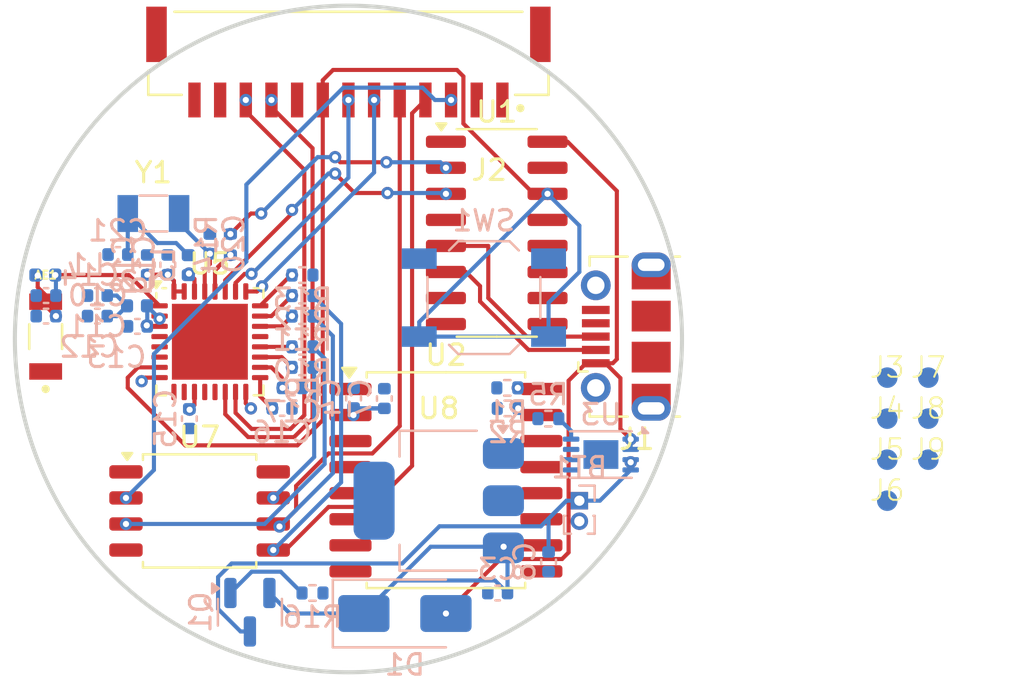
<source format=kicad_pcb>
(kicad_pcb (version 20241229) (generator "pcbnew") (generator_version "9.0")
  (layers (0 "F.Cu" signal) (2 "B.Cu" signal) (13 "F.Paste" user) (15 "B.Paste" user) (5 "F.SilkS" user "F.Silkscreen") (7 "B.SilkS" user "B.Silkscreen") (1 "F.Mask" user) (3 "B.Mask" user) (25 "Edge.Cuts" user))
  (net 0 "")
  (net 1 "Net-(BT1-+)")
  (net 2 "GND")
  (net 3 "Net-(D1-K)")
  (net 4 "+3.3V")
  (net 5 "Net-(U5-LNA_IN)")
  (net 6 "Net-(AE1-PCB_Trace)")
  (net 7 "TBD")
  (net 8 "Net-(C13-Pad1)")
  (net 9 "Net-(U5-XTAL_N)")
  (net 10 "Net-(C21-Pad1)")
  (net 11 "/USB5V")
  (net 12 "/D+")
  (net 14 "/D-")
  (net 15 "Net-(U5-XTAL_P)")
  (net 16 "/SCL")
  (net 17 "/SDA")
  (net 18 "/RST")
  (net 19 "Net-(U3-PROG)")
  (net 20 "/SPIHD")
  (net 21 "Net-(U5-SPIHD)")
  (net 22 "Net-(U5-SPIWP)")
  (net 23 "/LSPIWP")
  (net 24 "Net-(U5-SPICLK)")
  (net 25 "/SCK")
  (net 26 "/MOSI")
  (net 27 "Net-(U5-SPID)")
  (net 28 "Net-(U5-SPIQ)")
  (net 29 "/MISO")
  (net 30 "/TXD")
  (net 31 "Net-(U5-U0TXD)")
  (net 33 "/RXD")
  (net 47 "/BCLK")
  (net 49 "/DC")
  (net 50 "/DIN")
  (net 52 "/LRCLK")
  (net 56 "/CS")
  (net 57 "/Display_CS")
  (footprint "Package_SO:SOIC-16_3.9x9.9mm_P1.27mm" (layer "F.Cu") (at 183.975 94.445)
    (property "Reference" "U1")
    (property "Value" "CH340C")
  )
  (footprint "Imports:1mm Pad" (layer "F.Cu") (at 205 103.5)
    (property "Reference" "J8")
    (property "Value" "Conn_01x01")
  )
  (footprint "Imports:1mm Pad" (layer "F.Cu") (at 203 103.5)
    (property "Reference" "J4")
    (property "Value" "Conn_01x01")
  )
  (footprint "Connector_USB:USB_Micro-B_Molex-105017-0001" (layer "F.Cu") (at 190.2625 99.5 90)
    (property "Reference" "J1")
    (property "Value" "USB_B_Micro")
  )
  (footprint "Imports:1mm Pad" (layer "F.Cu") (at 205 105.5)
    (property "Reference" "J9")
    (property "Value" "Conn_01x01")
  )
  (footprint "Imports:JST_SM13B-GHS-TB_LF__SN_" (layer "F.Cu") (at 176.75 84.765 180)
    (property "Reference" "J2")
    (property "Value" "SM13B-GHS-TB_LF__SN_")
  )
  (footprint "Imports:XDCR_AMCA31-2R450G-S1F-T3" (layer "F.Cu") (at 162 99.5 90)
    (property "Reference" "AE1")
    (property "Value" "AMCA31-2R450G-S1F-T3")
  )
  (footprint "Imports:1mm Pad" (layer "F.Cu") (at 203 101.5)
    (property "Reference" "J3")
    (property "Value" "Conn_01x01")
  )
  (footprint "Package_SO:SOIC-8_5.3x5.3mm_P1.27mm" (layer "F.Cu") (at 169.5 108)
    (property "Reference" "U7")
    (property "Value" "W25Q32JVSS")
  )
  (footprint "Imports:1mm Pad" (layer "F.Cu") (at 203 107.5)
    (property "Reference" "J6")
    (property "Value" "Conn_01x01")
  )
  (footprint "Imports:1mm Pad" (layer "F.Cu") (at 205 101.5)
    (property "Reference" "J7")
    (property "Value" "Conn_01x01")
  )
  (footprint "Package_DFN_QFN:QFN-32-1EP_5x5mm_P0.5mm_EP3.7x3.7mm" (layer "F.Cu") (at 170 99.75)
    (property "Reference" "U5")
    (property "Value" "ESP32-C3")
  )
  (footprint "Imports:1mm Pad" (layer "F.Cu") (at 203 105.5)
    (property "Reference" "J5")
    (property "Value" "Conn_01x01")
  )
  (footprint "Package_SO:SOIC-16W_7.5x10.3mm_P1.27mm" (layer "F.Cu") (at 181.5 106.5)
    (property "Reference" "U2")
    (property "Value" "DS3231M")
  )
  (footprint "Capacitor_SMD:C_0402_1005Metric" (layer "B.Cu") (at 162.02 97.5 180)
    (property "Reference" "C10")
    (property "Value" "TBD" (hide yes))
  )
  (footprint "Resistor_SMD:R_0402_1005Metric" (layer "B.Cu") (at 174.51 101)
    (property "Reference" "R9")
    (property "Value" "0")
  )
  (footprint "Capacitor_SMD:C_0402_1005Metric" (layer "B.Cu") (at 178.5 102.52 -90)
    (property "Reference" "C7")
    (property "Value" "10uF")
  )
  (footprint "Capacitor_SMD:C_0402_1005Metric" (layer "B.Cu") (at 162.02 98.5 180)
    (property "Reference" "C11")
    (property "Value" "TBD")
  )
  (footprint "Capacitor_SMD:C_0402_1005Metric" (layer "B.Cu") (at 173.52 103)
    (property "Reference" "C16")
    (property "Value" "0.1uF")
  )
  (footprint "Button_Switch_SMD:SW_SPST_TL3342" (layer "B.Cu") (at 183.35 97.6 180)
    (property "Reference" "SW1")
    (property "Value" "SW_Push")
  )
  (footprint "Resistor_SMD:R_0402_1005Metric" (layer "B.Cu") (at 174.51 97.5)
    (property "Reference" "R12")
    (property "Value" "0")
  )
  (footprint "Package_TO_SOT_SMD:SOT-23" (layer "B.Cu") (at 171.95 112.9375 -90)
    (property "Reference" "Q1")
    (property "Value" "AO3401A")
  )
  (footprint "Capacitor_SMD:C_0402_1005Metric" (layer "B.Cu") (at 166.95 96 -90)
    (property "Reference" "C18")
    (property "Value" "1uF")
  )
  (footprint "Resistor_SMD:R_0402_1005Metric" (layer "B.Cu") (at 186.49 103.5 180)
    (property "Reference" "R5")
    (property "Value" "2k")
  )
  (footprint "Crystal:Crystal_SMD_3215-2Pin_3.2x1.5mm" (layer "B.Cu") (at 167.25 93.5 180)
    (property "Reference" "Y1")
    (property "Value" "40MHz")
  )
  (footprint "Resistor_SMD:R_0402_1005Metric" (layer "B.Cu") (at 184.49 102)
    (property "Reference" "R1")
    (property "Value" "4.7k")
  )
  (footprint "Capacitor_SMD:C_0402_1005Metric" (layer "B.Cu") (at 170 94.98 90)
    (property "Reference" "C20")
    (property "Value" "TBD")
  )
  (footprint "Capacitor_SMD:C_0402_1005Metric" (layer "B.Cu") (at 169 103.5 -90)
    (property "Reference" "C15")
    (property "Value" "0.1uF")
  )
  (footprint "Capacitor_SMD:C_0402_1005Metric" (layer "B.Cu") (at 165.52 95.5 180)
    (property "Reference" "C21")
    (property "Value" "TBD")
  )
  (footprint "Capacitor_SMD:C_0402_1005Metric" (layer "B.Cu") (at 184.02 112 180)
    (property "Reference" "C3")
    (property "Value" "10uF")
  )
  (footprint "Resistor_SMD:R_0402_1005Metric" (layer "B.Cu") (at 174.51 100)
    (property "Reference" "R10")
    (property "Value" "0")
  )
  (footprint "Capacitor_SMD:C_0402_1005Metric" (layer "B.Cu") (at 186.5 110.48 -90)
    (property "Reference" "C8")
    (property "Value" "4.7uF")
  )
  (footprint "Capacitor_SMD:C_0402_1005Metric" (layer "B.Cu") (at 174.02 102)
    (property "Reference" "C17")
    (property "Value" "1uF")
  )
  (footprint "Package_DFN_QFN:DFN-8-1EP_3x2mm_P0.5mm_EP1.7x1.4mm" (layer "B.Cu") (at 189.05 105.25 180)
    (property "Reference" "U3")
    (property "Value" "MCP73831-2-MC")
  )
  (footprint "Capacitor_SMD:C_0402_1005Metric" (layer "B.Cu") (at 164.52 98.5 180)
    (property "Reference" "C12")
    (property "Value" "0.1uF")
  )
  (footprint "Capacitor_SMD:C_0402_1005Metric" (layer "B.Cu") (at 167.95 96 -90)
    (property "Reference" "C19")
    (property "Value" "10nF")
  )
  (footprint "Diode_SMD:D_SMA" (layer "B.Cu") (at 179.5 113)
    (property "Reference" "D1")
    (property "Value" "SS210")
  )
  (footprint "Capacitor_SMD:C_0402_1005Metric" (layer "B.Cu") (at 166.47 99 180)
    (property "Reference" "C13")
    (property "Value" "1uF")
  )
  (footprint "Inductor_SMD:L_0402_1005Metric" (layer "B.Cu") (at 161.985 96.5 180)
    (property "Reference" "L1")
    (property "Value" "0.2nH" (hide yes))
  )
  (footprint "Resistor_SMD:R_0402_1005Metric" (layer "B.Cu") (at 174.51 98.5)
    (property "Reference" "R11")
    (property "Value" "0")
  )
  (footprint "Capacitor_SMD:C_0402_1005Metric" (layer "B.Cu") (at 164.52 97.5 180)
    (property "Reference" "C14")
    (property "Value" "10uF")
  )
  (footprint "Inductor_SMD:L_0402_1005Metric" (layer "B.Cu") (at 168.95 96.015 -90)
    (property "Reference" "L3")
    (property "Value" "TBD")
  )
  (footprint "Inductor_SMD:L_0402_1005Metric" (layer "B.Cu") (at 166.45 98 180)
    (property "Reference" "L2")
    (property "Value" "0.2nH" (hide yes))
  )
  (footprint "Capacitor_SMD:C_0402_1005Metric" (layer "B.Cu") (at 177 102.5 -90)
    (property "Reference" "C4")
    (property "Value" "22uF")
  )
  (footprint "Connector_PinHeader_1.00mm:PinHeader_1x02_P1.00mm_Vertical" (layer "B.Cu") (at 188 107.5 180)
    (property "Reference" "BT1")
    (property "Value" "Battery_Cell")
  )
  (footprint "Resistor_SMD:R_0402_1005Metric" (layer "B.Cu") (at 171 95.01 -90)
    (property "Reference" "R14")
    (property "Value" "499")
  )
  (footprint "Resistor_SMD:R_0402_1005Metric" (layer "B.Cu") (at 175 112)
    (property "Reference" "R16")
    (property "Value" "4.7k")
  )
  (footprint "Resistor_SMD:R_0402_1005Metric" (layer "B.Cu") (at 174.51 96.5)
    (property "Reference" "R13")
    (property "Value" "0")
  )
  (footprint "Resistor_SMD:R_0402_1005Metric" (layer "B.Cu") (at 184.51 103)
    (property "Reference" "R2")
    (property "Value" "4.7k")
  )
  (footprint "Package_TO_SOT_SMD:SOT-223-3_TabPin2" (layer "B.Cu") (at 181.15 107.5 180)
    (property "Reference" "U8")
    (property "Value" "AMS1117-3.3")
  )
  (gr_circle (center 176.75 99.615) (end 193 99.615) (stroke (width 0.2)) (fill no) (layer "Edge.Cuts"))
  (via (at 190.5 105.625) (size 0.6) (drill 0.3) (layers "F.Cu" "B.Cu") (net 1))
  (segment (start 187.375 107.5) (end 188 107.5) (width 0.2) (layer "B.Cu") (net 1))
  (segment (start 188 107.5) (end 189 107.5) (width 0.2) (layer "B.Cu") (net 1))
  (segment (start 171.060032 110.5605) (end 179.3724 110.5605) (width 0.2) (layer "B.Cu") (net 1))
  (segment (start 171.95 113.875) (end 171.495532 113.875) (width 0.2) (layer "B.Cu") (net 1))
  (segment (start 170.399 111.221532) (end 171.060032 110.5605) (width 0.2) (layer "B.Cu") (net 1))
  (segment (start 186.5 110) (end 186.5 108.375) (width 0.2) (layer "B.Cu") (net 1))
  (segment (start 186.126 108.749) (end 187.375 107.5) (width 0.2) (layer "B.Cu") (net 1))
  (segment (start 189 107.5) (end 190.5 106) (width 0.2) (layer "B.Cu") (net 1))
  (segment (start 181.1839 108.749) (end 186.126 108.749) (width 0.2) (layer "B.Cu") (net 1))
  (segment (start 170.399 112.778468) (end 170.399 111.221532) (width 0.2) (layer "B.Cu") (net 1))
  (segment (start 186.5 108.375) (end 187.375 107.5) (width 0.2) (layer "B.Cu") (net 1))
  (segment (start 179.3724 110.5605) (end 181.1839 108.749) (width 0.2) (layer "B.Cu") (net 1))
  (segment (start 190.5 105.5) (end 190.5 106) (width 0.2) (layer "B.Cu") (net 1))
  (segment (start 171.495532 113.875) (end 170.399 112.778468) (width 0.2) (layer "B.Cu") (net 1))
  (via (at 184.309536 109.744) (size 0.6) (drill 0.3) (layers "F.Cu" "B.Cu") (net 3))
  (segment (start 177.5 113) (end 180.756 109.744) (width 0.2) (layer "B.Cu") (net 3))
  (segment (start 184.5 110) (end 184.3 109.8) (width 0.2) (layer "B.Cu") (net 3))
  (segment (start 180.756 109.744) (end 184.309536 109.744) (width 0.2) (layer "B.Cu") (net 3))
  (segment (start 179.111 111.389) (end 177.5 113) (width 0.2) (layer "B.Cu") (net 3))
  (segment (start 184.5 112) (end 183.889 111.389) (width 0.2) (layer "B.Cu") (net 3))
  (segment (start 184.5 112) (end 184.5 110) (width 0.2) (layer "B.Cu") (net 3))
  (segment (start 183.889 111.389) (end 179.111 111.389) (width 0.2) (layer "B.Cu") (net 3))
  (segment (start 172.9 112) (end 173.9 113) (width 0.2) (layer "B.Cu") (net 3))
  (segment (start 173.9 113) (end 177.5 113) (width 0.2) (layer "B.Cu") (net 3))
  (via (at 176.993 103.325) (size 0.6) (drill 0.3) (layers "F.Cu" "B.Cu") (net 4))
  (segment (start 177.318 103) (end 176.993 103.325) (width 0.2) (layer "B.Cu") (net 4))
  (segment (start 177 102.98) (end 177 103.318) (width 0.2) (layer "B.Cu") (net 4))
  (segment (start 177 103.318) (end 176.993 103.325) (width 0.2) (layer "B.Cu") (net 4))
  (segment (start 178.5 103) (end 177.318 103) (width 0.2) (layer "B.Cu") (net 4))
  (segment (start 177.02 103) (end 177 102.98) (width 0.2) (layer "B.Cu") (net 4))
  (segment (start 178.5 103) (end 177.02 103) (width 0.2) (layer "B.Cu") (net 4))
  (segment (start 167.55 98) (end 166.05 96.5) (width 0.2) (layer "F.Cu") (net 5))
  (segment (start 166.05 96.5) (end 162.47 96.5) (width 0.2) (layer "F.Cu") (net 5))
  (via (at 162.47 96.5) (size 0.6) (drill 0.3) (layers "F.Cu" "B.Cu") (net 5))
  (segment (start 162.5 96.53) (end 162.47 96.5) (width 0.2) (layer "B.Cu") (net 5))
  (segment (start 162.5 97.5) (end 162.5 96.53) (width 0.2) (layer "B.Cu") (net 5))
  (segment (start 162.5 98.5) (end 162 98) (width 0.2) (layer "F.Cu") (net 6))
  (segment (start 162 98) (end 162 97.8) (width 0.2) (layer "F.Cu") (net 6))
  (segment (start 161.612566 96.522993) (end 161.612566 97.094126) (width 0.2) (layer "F.Cu") (net 6))
  (segment (start 161.612566 97.094126) (end 162 97.48156) (width 0.2) (layer "F.Cu") (net 6))
  (segment (start 162 97.48156) (end 162 97.8) (width 0.2) (layer "F.Cu") (net 6))
  (via (at 162.5 98.5) (size 0.6) (drill 0.3) (layers "F.Cu" "B.Cu") (net 6))
  (via (at 161.612566 96.522993) (size 0.6) (drill 0.3) (layers "F.Cu" "B.Cu") (net 6))
  (segment (start 168.25 96.78) (end 167.95 96.48) (width 0.2) (layer "F.Cu") (net 7))
  (segment (start 172.45 101) (end 173 101) (width 0.2) (layer "F.Cu") (net 7))
  (segment (start 173.5 101.5) (end 173.5 101.96) (width 0.2) (layer "F.Cu") (net 7))
  (segment (start 169.25 102.2) (end 169.25 102.827616) (width 0.2) (layer "F.Cu") (net 7))
  (segment (start 168.75 97.3) (end 168.25 97.3) (width 0.2) (layer "F.Cu") (net 7))
  (segment (start 168.25 97.3) (end 168.25 96.78) (width 0.2) (layer "F.Cu") (net 7))
  (segment (start 172.45 102.41) (end 173.04 103) (width 0.2) (layer "F.Cu") (net 7))
  (segment (start 167.95 96.48) (end 166.95 96.48) (width 0.2) (layer "F.Cu") (net 7))
  (segment (start 172.45 101.5) (end 172.45 102.41) (width 0.2) (layer "F.Cu") (net 7))
  (segment (start 169.25 102.827616) (end 169.013458 103.064158) (width 0.2) (layer "F.Cu") (net 7))
  (segment (start 173.5 101.96) (end 173.54 102) (width 0.2) (layer "F.Cu") (net 7))
  (segment (start 173 101) (end 173.5 101.5) (width 0.2) (layer "F.Cu") (net 7))
  (via (at 173.54 102) (size 0.6) (drill 0.3) (layers "F.Cu" "B.Cu") (net 7))
  (via (at 166.95 96.48) (size 0.6) (drill 0.3) (layers "F.Cu" "B.Cu") (net 7))
  (via (at 173.04 103) (size 0.6) (drill 0.3) (layers "F.Cu" "B.Cu") (net 7))
  (via (at 167.95 96.48) (size 0.6) (drill 0.3) (layers "F.Cu" "B.Cu") (net 7))
  (via (at 169.013458 103.064158) (size 0.6) (drill 0.3) (layers "F.Cu" "B.Cu") (net 7))
  (segment (start 165.465 97.5) (end 165.965 98) (width 0.2) (layer "B.Cu") (net 7))
  (segment (start 165.465 98.5) (end 165.965 98) (width 0.2) (layer "B.Cu") (net 7))
  (segment (start 165 97.5) (end 165.465 97.5) (width 0.2) (layer "B.Cu") (net 7))
  (segment (start 165 98.5) (end 165.465 98.5) (width 0.2) (layer "B.Cu") (net 7))
  (segment (start 166.973167 99) (end 166.926003 98.952836) (width 0.2) (layer "F.Cu") (net 8))
  (segment (start 167.55 99) (end 166.973167 99) (width 0.2) (layer "F.Cu") (net 8))
  (segment (start 167.55 98.5) (end 167.55 99) (width 0.2) (layer "F.Cu") (net 8))
  (via (at 166.926003 98.952836) (size 0.6) (drill 0.3) (layers "F.Cu" "B.Cu") (net 8))
  (via (at 167.55 98.625) (size 0.6) (drill 0.3) (layers "F.Cu" "B.Cu") (net 8))
  (segment (start 166.935 98.01) (end 167.55 98.625) (width 0.2) (layer "B.Cu") (net 8))
  (segment (start 166.935 98) (end 166.935 98.01) (width 0.2) (layer "B.Cu") (net 8))
  (segment (start 166.95 98.015) (end 166.935 98) (width 0.2) (layer "B.Cu") (net 8))
  (segment (start 166.95 99) (end 166.95 98.015) (width 0.2) (layer "B.Cu") (net 8))
  (segment (start 169.75 96.21) (end 169.75 97.3) (width 0.2) (layer "F.Cu") (net 9))
  (segment (start 170 95.46) (end 170 95.96) (width 0.2) (layer "F.Cu") (net 9))
  (segment (start 170 95.96) (end 169.75 96.21) (width 0.2) (layer "F.Cu") (net 9))
  (via (at 170 95.46) (size 0.6) (drill 0.3) (layers "F.Cu" "B.Cu") (net 9))
  (segment (start 168.5 93.5) (end 168.5 93.96) (width 0.2) (layer "B.Cu") (net 9))
  (segment (start 168.5 93.96) (end 170 95.46) (width 0.2) (layer "B.Cu") (net 9))
  (segment (start 167.439 94.939) (end 168.359 94.939) (width 0.2) (layer "B.Cu") (net 10))
  (segment (start 168.359 94.939) (end 168.95 95.53) (width 0.2) (layer "B.Cu") (net 10))
  (segment (start 166 93.5) (end 167.439 94.939) (width 0.2) (layer "B.Cu") (net 10))
  (segment (start 166 95.5) (end 166 93.5) (width 0.2) (layer "B.Cu") (net 10))
  (segment (start 189.627 100.8) (end 189.826 100.601) (width 0.2) (layer "F.Cu") (net 11))
  (segment (start 187.476 110.024) (end 187.156 110.344) (width 0.2) (layer "F.Cu") (net 11))
  (segment (start 189.275 100.8) (end 190 101.525) (width 0.2) (layer "F.Cu") (net 11))
  (segment (start 188.8 100.8) (end 189.627 100.8) (width 0.2) (layer "F.Cu") (net 11))
  (segment (start 187.424999 90) (end 186.45 90) (width 0.2) (layer "F.Cu") (net 11))
  (segment (start 187.476 101.649) (end 187.476 110.024) (width 0.2) (layer "F.Cu") (net 11))
  (segment (start 187.156 110.344) (end 184.156 110.344) (width 0.2) (layer "F.Cu") (net 11))
  (segment (start 189.826 92.401001) (end 187.424999 90) (width 0.2) (layer "F.Cu") (net 11))
  (segment (start 188.325 100.8) (end 187.476 101.649) (width 0.2) (layer "F.Cu") (net 11))
  (segment (start 188.8 100.8) (end 188.325 100.8) (width 0.2) (layer "F.Cu") (net 11))
  (segment (start 190 104) (end 190.5 104.5) (width 0.2) (layer "F.Cu") (net 11))
  (segment (start 190 101.525) (end 190 104) (width 0.2) (layer "F.Cu") (net 11))
  (segment (start 189.826 100.601) (end 189.826 92.401001) (width 0.2) (layer "F.Cu") (net 11))
  (segment (start 184.156 110.344) (end 181.5 113) (width 0.2) (layer "F.Cu") (net 11))
  (segment (start 188.8 100.8) (end 189.275 100.8) (width 0.2) (layer "F.Cu") (net 11))
  (via (at 190.5 104.5) (size 0.6) (drill 0.3) (layers "F.Cu" "B.Cu") (net 11))
  (via (at 181.5 113) (size 0.6) (drill 0.3) (layers "F.Cu" "B.Cu") (net 11))
  (segment (start 172.0385 110.9615) (end 171 112) (width 0.2) (layer "B.Cu") (net 11))
  (segment (start 190.5 105) (end 190.5 104.5) (width 0.2) (layer "B.Cu") (net 11))
  (segment (start 174.49 112) (end 173.4515 110.9615) (width 0.2) (layer "B.Cu") (net 11))
  (segment (start 173.4515 110.9615) (end 172.0385 110.9615) (width 0.2) (layer "B.Cu") (net 11))
  (segment (start 185.443032 99.5) (end 188.8 99.5) (width 0.2) (layer "F.Cu") (net 12))
  (segment (start 181.5 95.08) (end 183.563032 95.08) (width 0.2) (layer "F.Cu") (net 12))
  (segment (start 183.563032 97.62) (end 185.443032 99.5) (width 0.2) (layer "F.Cu") (net 12))
  (segment (start 183.563032 95.08) (end 183.563032 97.62) (width 0.2) (layer "F.Cu") (net 12))
  (segment (start 181.5 96.35) (end 182.474999 96.35) (width 0.2) (layer "F.Cu") (net 14))
  (segment (start 185.525932 100.15) (end 188.8 100.15) (width 0.2) (layer "F.Cu") (net 14))
  (segment (start 182.474999 96.35) (end 183.162032 97.037033) (width 0.2) (layer "F.Cu") (net 14))
  (segment (start 183.162032 97.037033) (end 183.162032 97.7861) (width 0.2) (layer "F.Cu") (net 14))
  (segment (start 183.162032 97.7861) (end 185.525932 100.15) (width 0.2) (layer "F.Cu") (net 14))
  (segment (start 169.25 96.694054) (end 168.980702 96.424756) (width 0.2) (layer "F.Cu") (net 15))
  (segment (start 169.25 97.3) (end 169.25 96.694054) (width 0.2) (layer "F.Cu") (net 15))
  (via (at 168.980702 96.424756) (size 0.6) (drill 0.3) (layers "F.Cu" "B.Cu") (net 15))
  (segment (start 172.03355 104) (end 173.9329 104) (width 0.2) (layer "F.Cu") (net 16))
  (segment (start 185.055 102.055) (end 185 102) (width 0.2) (layer "F.Cu") (net 16))
  (segment (start 174.601 91.366) (end 171.75 88.515) (width 0.2) (layer "F.Cu") (net 16))
  (segment (start 171.75 88.515) (end 171.75 87.965) (width 0.2) (layer "F.Cu") (net 16))
  (segment (start 173.9329 104) (end 174.601 103.3319) (width 0.2) (layer "F.Cu") (net 16))
  (segment (start 186.15 102.055) (end 185.055 102.055) (width 0.2) (layer "F.Cu") (net 16))
  (segment (start 174.601 103.3319) (end 174.601 91.366) (width 0.2) (layer "F.Cu") (net 16))
  (segment (start 171.25 102.2) (end 171.25 103.21645) (width 0.2) (layer "F.Cu") (net 16))
  (segment (start 171.25 103.21645) (end 172.03355 104) (width 0.2) (layer "F.Cu") (net 16))
  (via (at 171.75 87.965) (size 0.6) (drill 0.3) (layers "F.Cu" "B.Cu") (net 16))
  (via (at 185 102) (size 0.6) (drill 0.3) (layers "F.Cu" "B.Cu") (net 16))
  (segment (start 185.345 103.325) (end 185.02 103) (width 0.2) (layer "F.Cu") (net 17))
  (segment (start 175.002 90.317002) (end 173 88.315002) (width 0.2) (layer "F.Cu") (net 17))
  (segment (start 170.75 103.28355) (end 170.75 102.2) (width 0.2) (layer "F.Cu") (net 17))
  (segment (start 174.099 104.401) (end 171.86745 104.401) (width 0.2) (layer "F.Cu") (net 17))
  (segment (start 171.86745 104.401) (end 170.75 103.28355) (width 0.2) (layer "F.Cu") (net 17))
  (segment (start 175.002 103.498) (end 175.002 90.317002) (width 0.2) (layer "F.Cu") (net 17))
  (segment (start 186.15 103.325) (end 185.345 103.325) (width 0.2) (layer "F.Cu") (net 17))
  (segment (start 174.099 104.401) (end 175.002 103.498) (width 0.2) (layer "F.Cu") (net 17))
  (segment (start 173 88.315002) (end 173 87.965) (width 0.2) (layer "F.Cu") (net 17))
  (via (at 185.02 103) (size 0.6) (drill 0.3) (layers "F.Cu" "B.Cu") (net 17))
  (via (at 173 87.965) (size 0.6) (drill 0.3) (layers "F.Cu" "B.Cu") (net 17))
  (segment (start 182.351 86.814) (end 182.037 86.5) (width 0.2) (layer "F.Cu") (net 18))
  (segment (start 168.802 104.802) (end 174.2651 104.802) (width 0.2) (layer "F.Cu") (net 18))
  (segment (start 167.55 101) (end 166.5 101) (width 0.2) (layer "F.Cu") (net 18))
  (segment (start 186.45 92.54) (end 185.775 92.54) (width 0.2) (layer "F.Cu") (net 18))
  (segment (start 175.5 87) (end 176 86.5) (width 0.2) (layer "F.Cu") (net 18))
  (segment (start 174.2651 104.802) (end 175.5 103.5671) (width 0.2) (layer "F.Cu") (net 18))
  (segment (start 166 102) (end 168.802 104.802) (width 0.2) (layer "F.Cu") (net 18))
  (segment (start 175.5 87.965) (end 175.5 87) (width 0.2) (layer "F.Cu") (net 18))
  (segment (start 175.5 103.5671) (end 175.5 87.965) (width 0.2) (layer "F.Cu") (net 18))
  (segment (start 182.351 89.116) (end 182.351 86.814) (width 0.2) (layer "F.Cu") (net 18))
  (segment (start 185.775 92.54) (end 182.351 89.116) (width 0.2) (layer "F.Cu") (net 18))
  (segment (start 166.5 101) (end 166 101.5) (width 0.2) (layer "F.Cu") (net 18))
  (segment (start 166 101.5) (end 166 102) (width 0.2) (layer "F.Cu") (net 18))
  (segment (start 182.037 86.5) (end 176 86.5) (width 0.2) (layer "F.Cu") (net 18))
  (via (at 186.45 92.54) (size 0.6) (drill 0.3) (layers "F.Cu" "B.Cu") (net 18))
  (segment (start 180.2 98.79) (end 186.45 92.54) (width 0.2) (layer "B.Cu") (net 18))
  (segment (start 186.5 99.5) (end 180.2 99.5) (width 0.2) (layer "B.Cu") (net 18))
  (segment (start 186.5 99.5) (end 186.5 97.849016) (width 0.2) (layer "B.Cu") (net 18))
  (segment (start 180.2 99.5) (end 180.2 98.79) (width 0.2) (layer "B.Cu") (net 18))
  (segment (start 188 96.349016) (end 188 94.09) (width 0.2) (layer "B.Cu") (net 18))
  (segment (start 188 94.09) (end 186.45 92.54) (width 0.2) (layer "B.Cu") (net 18))
  (segment (start 186.5 97.849016) (end 188 96.349016) (width 0.2) (layer "B.Cu") (net 18))
  (segment (start 187.6 104.1) (end 187 103.5) (width 0.2) (layer "B.Cu") (net 19))
  (segment (start 187.6 104.5) (end 187.6 104.1) (width 0.2) (layer "B.Cu") (net 19))
  (via (at 173.0875 107.365) (size 0.6) (drill 0.3) (layers "F.Cu" "B.Cu") (net 20))
  (segment (start 175.081 105.3715) (end 173.0875 107.365) (width 0.2) (layer "B.Cu") (net 20))
  (segment (start 175.081 101.061) (end 175.081 105.3715) (width 0.2) (layer "B.Cu") (net 20))
  (segment (start 175.02 101) (end 175.081 101.061) (width 0.2) (layer "B.Cu") (net 20))
  (segment (start 172.45 100.5) (end 173.5 100.5) (width 0.2) (layer "F.Cu") (net 21))
  (segment (start 173.5 100.5) (end 174 101) (width 0.2) (layer "F.Cu") (net 21))
  (via (at 174 101) (size 0.6) (drill 0.3) (layers "F.Cu" "B.Cu") (net 21))
  (segment (start 172.45 100) (end 174 100) (width 0.2) (layer "F.Cu") (net 22))
  (via (at 174 100) (size 0.6) (drill 0.3) (layers "F.Cu" "B.Cu") (net 22))
  (via (at 165.9125 108.635) (size 0.6) (drill 0.3) (layers "F.Cu" "B.Cu") (net 23))
  (segment (start 175.591 105.711443) (end 172.667443 108.635) (width 0.2) (layer "B.Cu") (net 23))
  (segment (start 175.591 100.571) (end 175.591 105.711443) (width 0.2) (layer "B.Cu") (net 23))
  (segment (start 172.667443 108.635) (end 165.9125 108.635) (width 0.2) (layer "B.Cu") (net 23))
  (segment (start 175.02 100) (end 175.591 100.571) (width 0.2) (layer "B.Cu") (net 23))
  (segment (start 172.45 99) (end 173.5 99) (width 0.2) (layer "F.Cu") (net 24))
  (segment (start 173.5 99) (end 174 98.5) (width 0.2) (layer "F.Cu") (net 24))
  (via (at 174 98.5) (size 0.6) (drill 0.3) (layers "F.Cu" "B.Cu") (net 24))
  (segment (start 175.784032 105.196) (end 174.201 106.779032) (width 0.2) (layer "F.Cu") (net 25))
  (segment (start 174.201 106.779032) (end 174.201 107.949973) (width 0.2) (layer "F.Cu") (net 25))
  (segment (start 179.25 87.965) (end 179.25 103.861968) (width 0.2) (layer "F.Cu") (net 25))
  (segment (start 179.25 103.861968) (end 177.915968 105.196) (width 0.2) (layer "F.Cu") (net 25))
  (segment (start 174.201 107.949973) (end 173.391708 108.759265) (width 0.2) (layer "F.Cu") (net 25))
  (segment (start 177.915968 105.196) (end 175.784032 105.196) (width 0.2) (layer "F.Cu") (net 25))
  (via (at 173.391708 108.759265) (size 0.6) (drill 0.3) (layers "F.Cu" "B.Cu") (net 25))
  (segment (start 175.02 98.5) (end 175.992 99.472) (width 0.2) (layer "B.Cu") (net 25))
  (segment (start 175.992 106.158973) (end 173.391708 108.759265) (width 0.2) (layer "B.Cu") (net 25))
  (segment (start 175.992 99.472) (end 175.992 106.158973) (width 0.2) (layer "B.Cu") (net 25))
  (segment (start 179.851 105.800968) (end 177.847968 107.804) (width 0.2) (layer "F.Cu") (net 26))
  (segment (start 175.784032 107.804) (end 173.683032 109.905) (width 0.2) (layer "F.Cu") (net 26))
  (segment (start 177.847968 107.804) (end 175.784032 107.804) (width 0.2) (layer "F.Cu") (net 26))
  (segment (start 173.683032 109.905) (end 173.0875 109.905) (width 0.2) (layer "F.Cu") (net 26))
  (segment (start 179.851 88.614) (end 179.851 105.800968) (width 0.2) (layer "F.Cu") (net 26))
  (segment (start 180.5 87.965) (end 179.851 88.614) (width 0.2) (layer "F.Cu") (net 26))
  (via (at 173.0875 109.905) (size 0.6) (drill 0.3) (layers "F.Cu" "B.Cu") (net 26))
  (segment (start 176.393 98.873) (end 176.393 106.607916) (width 0.2) (layer "B.Cu") (net 26))
  (segment (start 175.02 97.5) (end 176.393 98.873) (width 0.2) (layer "B.Cu") (net 26))
  (segment (start 173.095916 109.905) (end 173.0875 109.905) (width 0.2) (layer "B.Cu") (net 26))
  (segment (start 176.393 106.607916) (end 173.095916 109.905) (width 0.2) (layer "B.Cu") (net 26))
  (segment (start 172.45 98.5) (end 173 98.5) (width 0.2) (layer "F.Cu") (net 27))
  (segment (start 173 98.5) (end 174 97.5) (width 0.2) (layer "F.Cu") (net 27))
  (via (at 174 97.5) (size 0.6) (drill 0.3) (layers "F.Cu" "B.Cu") (net 27))
  (segment (start 172.45 98) (end 173.95 96.5) (width 0.2) (layer "F.Cu") (net 28))
  (segment (start 173.95 96.5) (end 174 96.5) (width 0.2) (layer "F.Cu") (net 28))
  (via (at 174 96.5) (size 0.6) (drill 0.3) (layers "F.Cu" "B.Cu") (net 28))
  (via (at 165.9125 107.365) (size 0.6) (drill 0.3) (layers "F.Cu" "B.Cu") (net 29))
  (via (at 181.75 87.965) (size 0.6) (drill 0.3) (layers "F.Cu" "B.Cu") (net 29))
  (segment (start 171.777644 92.087413) (end 171.777644 95.84001) (width 0.2) (layer "B.Cu") (net 29))
  (segment (start 180.965 87.965) (end 180.364 87.364) (width 0.2) (layer "B.Cu") (net 29))
  (segment (start 181.75 87.965) (end 180.965 87.965) (width 0.2) (layer "B.Cu") (net 29))
  (segment (start 176.501057 87.364) (end 171.777644 92.087413) (width 0.2) (layer "B.Cu") (net 29))
  (segment (start 167.275265 100.342389) (end 167.275265 106.002235) (width 0.2) (layer "B.Cu") (net 29))
  (segment (start 171.777644 95.84001) (end 167.275265 100.342389) (width 0.2) (layer "B.Cu") (net 29))
  (segment (start 180.364 87.364) (end 176.501057 87.364) (width 0.2) (layer "B.Cu") (net 29))
  (segment (start 167.275265 106.002235) (end 165.9125 107.365) (width 0.2) (layer "B.Cu") (net 29))
  (segment (start 176.34853 91) (end 176.1 90.75147) (width 0.2) (layer "F.Cu") (net 30))
  (segment (start 172.5 93.5) (end 172 93.5) (width 0.2) (layer "F.Cu") (net 30))
  (segment (start 178.6 91) (end 176.34853 91) (width 0.2) (layer "F.Cu") (net 30))
  (segment (start 172 93.5) (end 171 94.5) (width 0.2) (layer "F.Cu") (net 30))
  (via (at 178.6 91) (size 0.6) (drill 0.3) (layers "F.Cu" "B.Cu") (net 30))
  (via (at 171 94.5) (size 0.6) (drill 0.3) (layers "F.Cu" "B.Cu") (net 30))
  (via (at 176.1 90.75147) (size 0.6) (drill 0.3) (layers "F.Cu" "B.Cu") (net 30))
  (via (at 181.5 91.27) (size 0.6) (drill 0.3) (layers "F.Cu" "B.Cu") (net 30))
  (via (at 172.5 93.5) (size 0.6) (drill 0.3) (layers "F.Cu" "B.Cu") (net 30))
  (segment (start 176.1 90.75147) (end 175.24853 90.75147) (width 0.2) (layer "B.Cu") (net 30))
  (segment (start 178.6 91) (end 181.23 91) (width 0.2) (layer "B.Cu") (net 30))
  (segment (start 181.23 91) (end 181.5 91.27) (width 0.2) (layer "B.Cu") (net 30))
  (segment (start 175.24853 90.75147) (end 172.5 93.5) (width 0.2) (layer "B.Cu") (net 30))
  (segment (start 170.25 96.2771) (end 170.25 97.3) (width 0.2) (layer "F.Cu") (net 31))
  (segment (start 170.401 96.099) (end 170.401 96.1261) (width 0.2) (layer "F.Cu") (net 31))
  (segment (start 171 95.52) (end 170.98 95.52) (width 0.2) (layer "F.Cu") (net 31))
  (segment (start 170.401 96.1261) (end 170.25 96.2771) (width 0.2) (layer "F.Cu") (net 31))
  (segment (start 170.98 95.52) (end 170.401 96.099) (width 0.2) (layer "F.Cu") (net 31))
  (via (at 171 95.52) (size 0.6) (drill 0.3) (layers "F.Cu" "B.Cu") (net 31))
  (segment (start 170.75 97.3) (end 170.75 96.75) (width 0.2) (layer "F.Cu") (net 33))
  (segment (start 176.1 91.551473) (end 177.048527 92.5) (width 0.2) (layer "F.Cu") (net 33))
  (segment (start 177.048527 92.5) (end 178.65 92.5) (width 0.2) (layer "F.Cu") (net 33))
  (segment (start 170.75 96.75) (end 174.001 93.499) (width 0.2) (layer "F.Cu") (net 33))
  (segment (start 174.001 93.499) (end 174.001 93.325735) (width 0.2) (layer "F.Cu") (net 33))
  (via (at 174.001 93.325735) (size 0.6) (drill 0.3) (layers "F.Cu" "B.Cu") (net 33))
  (via (at 176.1 91.551473) (size 0.6) (drill 0.3) (layers "F.Cu" "B.Cu") (net 33))
  (via (at 178.65 92.5) (size 0.6) (drill 0.3) (layers "F.Cu" "B.Cu") (net 33))
  (via (at 181.5 92.54) (size 0.6) (drill 0.3) (layers "F.Cu" "B.Cu") (net 33))
  (segment (start 175.775262 91.551473) (end 176.1 91.551473) (width 0.2) (layer "B.Cu") (net 33))
  (segment (start 181.46 92.5) (end 178.65 92.5) (width 0.2) (layer "B.Cu") (net 33))
  (segment (start 174.001 93.325735) (end 175.775262 91.551473) (width 0.2) (layer "B.Cu") (net 33))
  (segment (start 181.5 92.54) (end 181.46 92.5) (width 0.2) (layer "B.Cu") (net 33))
  (segment (start 171.25 96.884202) (end 171.693191 96.441011) (width 0.2) (layer "F.Cu") (net 49))
  (segment (start 171.693191 96.441011) (end 172.026587 96.441011) (width 0.2) (layer "F.Cu") (net 49))
  (segment (start 171.25 97.3) (end 171.25 96.884202) (width 0.2) (layer "F.Cu") (net 49))
  (via (at 176.75 87.965) (size 0.6) (drill 0.3) (layers "F.Cu" "B.Cu") (net 49))
  (via (at 172.026587 96.441011) (size 0.6) (drill 0.3) (layers "F.Cu" "B.Cu") (net 49))
  (segment (start 172.026587 96.441011) (end 172.058989 96.441011) (width 0.2) (layer "B.Cu") (net 49))
  (segment (start 176.75 91.75) (end 176.75 87.965) (width 0.2) (layer "B.Cu") (net 49))
  (segment (start 172.058989 96.441011) (end 176.75 91.75) (width 0.2) (layer "B.Cu") (net 49))
  (segment (start 171.75 102.75) (end 172 103) (width 0.2) (layer "F.Cu") (net 50))
  (segment (start 171.75 102.2) (end 171.75 102.75) (width 0.2) (layer "F.Cu") (net 50))
  (via (at 172 103) (size 0.6) (drill 0.3) (layers "F.Cu" "B.Cu") (net 50))
  (segment (start 166.84853 101.5) (end 166.674265 101.674265) (width 0.2) (layer "F.Cu") (net 52))
  (segment (start 167.55 101.5) (end 166.84853 101.5) (width 0.2) (layer "F.Cu") (net 52))
  (via (at 166.674265 101.674265) (size 0.6) (drill 0.3) (layers "F.Cu" "B.Cu") (net 52))
  (segment (start 172.295105 97.3) (end 172.543611 97.051494) (width 0.2) (layer "F.Cu") (net 57))
  (segment (start 171.75 97.3) (end 172.295105 97.3) (width 0.2) (layer "F.Cu") (net 57))
  (via (at 178 87.965) (size 0.6) (drill 0.3) (layers "F.Cu" "B.Cu") (net 57))
  (via (at 172.543611 97.051494) (size 0.6) (drill 0.3) (layers "F.Cu" "B.Cu") (net 57))
  (segment (start 172.543611 96.956389) (end 178 91.5) (width 0.2) (layer "B.Cu") (net 57))
  (segment (start 178 91.5) (end 178 87.965) (width 0.2) (layer "B.Cu") (net 57))
  (segment (start 172.543611 97.051494) (end 172.543611 96.956389) (width 0.2) (layer "B.Cu") (net 57))
)
</source>
